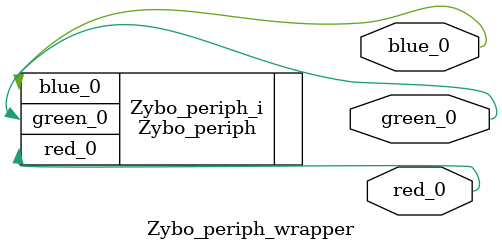
<source format=v>
`timescale 1 ps / 1 ps

module Zybo_periph_wrapper
   (blue_0,
    green_0,
    red_0);
  output blue_0;
  output green_0;
  output red_0;

  wire blue_0;
  wire green_0;
  wire red_0;

  Zybo_periph Zybo_periph_i
       (.blue_0(blue_0),
        .green_0(green_0),
        .red_0(red_0));
endmodule

</source>
